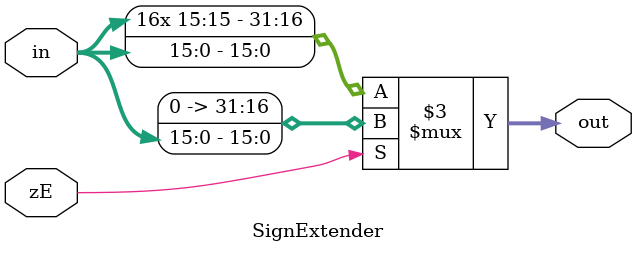
<source format=v>
module SignExtender (
    input [15:0] in,
    input zE,
    output reg [31:0] out
);

    
always @(zE) begin
        if (zE) begin
            out = {16'b0, in}; 
        end
        else begin
            out = {{16{in[15]}}, in};  
        end
    end
endmodule


</source>
